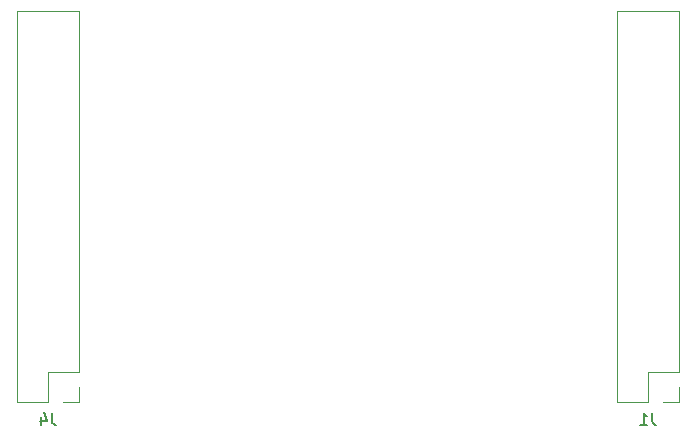
<source format=gbr>
%TF.GenerationSoftware,KiCad,Pcbnew,6.0.11-2627ca5db0~126~ubuntu20.04.1*%
%TF.CreationDate,2024-05-07T13:56:08-06:00*%
%TF.ProjectId,red-pitaya-pwm-shield,7265642d-7069-4746-9179-612d70776d2d,rev?*%
%TF.SameCoordinates,Original*%
%TF.FileFunction,Legend,Bot*%
%TF.FilePolarity,Positive*%
%FSLAX46Y46*%
G04 Gerber Fmt 4.6, Leading zero omitted, Abs format (unit mm)*
G04 Created by KiCad (PCBNEW 6.0.11-2627ca5db0~126~ubuntu20.04.1) date 2024-05-07 13:56:08*
%MOMM*%
%LPD*%
G01*
G04 APERTURE LIST*
%ADD10C,0.150000*%
%ADD11C,0.120000*%
G04 APERTURE END LIST*
D10*
%TO.C,J1*%
X101044333Y-97472380D02*
X101044333Y-98186666D01*
X101091952Y-98329523D01*
X101187190Y-98424761D01*
X101330047Y-98472380D01*
X101425285Y-98472380D01*
X100044333Y-98472380D02*
X100615761Y-98472380D01*
X100330047Y-98472380D02*
X100330047Y-97472380D01*
X100425285Y-97615238D01*
X100520523Y-97710476D01*
X100615761Y-97758095D01*
%TO.C,J4*%
X50243333Y-97472380D02*
X50243333Y-98186666D01*
X50290952Y-98329523D01*
X50386190Y-98424761D01*
X50529047Y-98472380D01*
X50624285Y-98472380D01*
X49338571Y-97805714D02*
X49338571Y-98472380D01*
X49576666Y-97424761D02*
X49814761Y-98139047D01*
X49195714Y-98139047D01*
D11*
%TO.C,J1*%
X101981000Y-96580000D02*
X103311000Y-96580000D01*
X103311000Y-96580000D02*
X103311000Y-95250000D01*
X100711000Y-93980000D02*
X103311000Y-93980000D01*
X98111000Y-96580000D02*
X100711000Y-96580000D01*
X98111000Y-96580000D02*
X98111000Y-63440000D01*
X100711000Y-96580000D02*
X100711000Y-93980000D01*
X103311000Y-93980000D02*
X103311000Y-63440000D01*
X98111000Y-63440000D02*
X103311000Y-63440000D01*
%TO.C,J4*%
X47310000Y-96580000D02*
X49910000Y-96580000D01*
X52510000Y-93980000D02*
X52510000Y-63440000D01*
X51180000Y-96580000D02*
X52510000Y-96580000D01*
X47310000Y-96580000D02*
X47310000Y-63440000D01*
X47310000Y-63440000D02*
X52510000Y-63440000D01*
X49910000Y-93980000D02*
X52510000Y-93980000D01*
X49910000Y-96580000D02*
X49910000Y-93980000D01*
X52510000Y-96580000D02*
X52510000Y-95250000D01*
%TD*%
M02*

</source>
